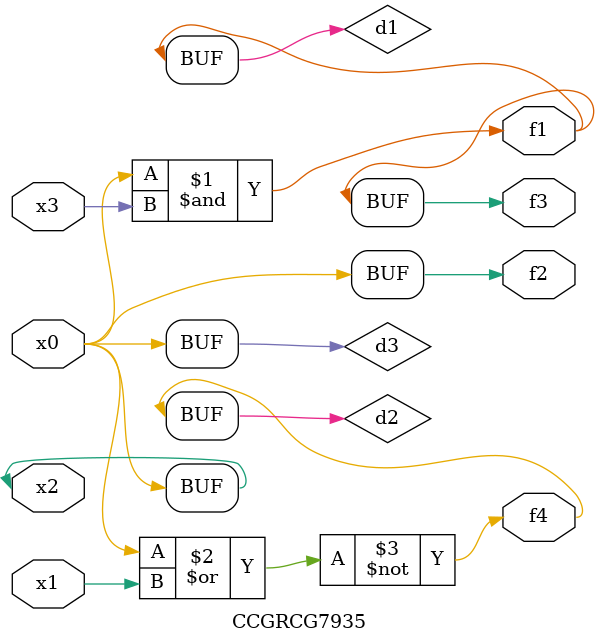
<source format=v>
module CCGRCG7935(
	input x0, x1, x2, x3,
	output f1, f2, f3, f4
);

	wire d1, d2, d3;

	and (d1, x2, x3);
	nor (d2, x0, x1);
	buf (d3, x0, x2);
	assign f1 = d1;
	assign f2 = d3;
	assign f3 = d1;
	assign f4 = d2;
endmodule

</source>
